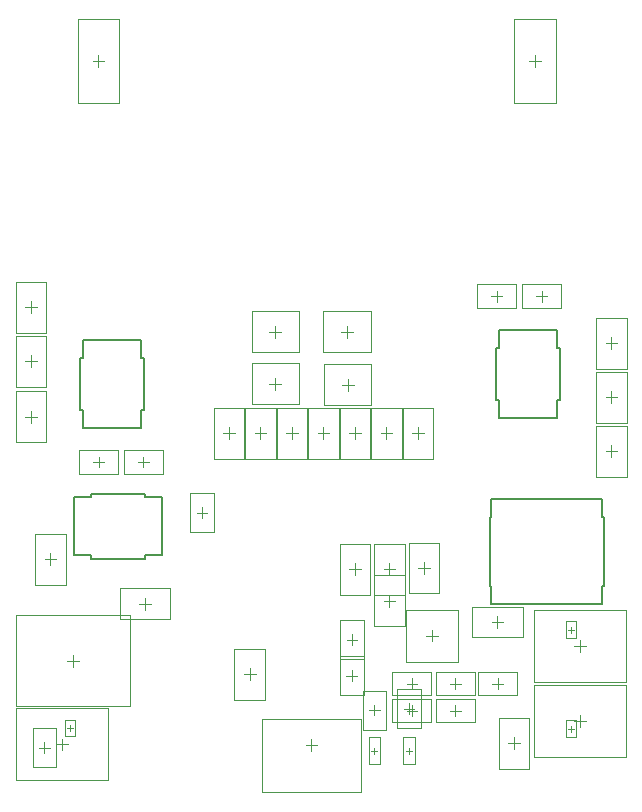
<source format=gbr>
G04*
G04 #@! TF.GenerationSoftware,Altium Limited,Altium Designer,24.6.1 (21)*
G04*
G04 Layer_Color=32768*
%FSLAX25Y25*%
%MOIN*%
G70*
G04*
G04 #@! TF.SameCoordinates,3E969972-8C0A-4DBC-9D31-E8772DB7AAD8*
G04*
G04*
G04 #@! TF.FilePolarity,Positive*
G04*
G01*
G75*
%ADD12C,0.00600*%
%ADD60C,0.00394*%
%ADD61C,0.00197*%
D12*
X272400Y263246D02*
X278150Y263246D01*
Y261997D02*
Y263246D01*
Y261997D02*
X295850D01*
Y263246D01*
X301600Y263246D01*
Y282447D01*
X295850Y282447D02*
X301600Y282447D01*
X295850Y282447D02*
Y283697D01*
X278150D02*
X295850D01*
X278150Y282447D02*
Y283697D01*
X272400Y282447D02*
X278150Y282447D01*
X272400Y263246D02*
Y282447D01*
X414155Y308877D02*
X433355D01*
X414155D02*
Y314777D01*
X413105D02*
X414155D01*
X413105D02*
Y332177D01*
X414155D01*
Y338077D01*
X433355D01*
Y332177D02*
Y338077D01*
Y332177D02*
X434405D01*
Y314777D02*
Y332177D01*
X433355Y314777D02*
X434405D01*
X433355Y308877D02*
Y314777D01*
X275400Y334778D02*
X294600D01*
Y328878D02*
Y334778D01*
Y328878D02*
X295650D01*
Y311478D02*
Y328878D01*
X294600Y311478D02*
X295650Y311478D01*
X294600Y305578D02*
Y311478D01*
X275400Y305578D02*
X294600D01*
X275400D02*
Y311478D01*
X274350Y311478D02*
X275400Y311478D01*
X274350Y311478D02*
Y328878D01*
X275400D01*
Y334778D01*
X449100Y252747D02*
Y275946D01*
X448500Y252747D02*
X449100Y252747D01*
X448500Y246796D02*
Y252747D01*
X411500Y246796D02*
X448500D01*
X411500D02*
Y252747D01*
X410900Y252747D02*
X411500Y252747D01*
X410900Y252747D02*
Y275946D01*
X448500Y275946D02*
X449100Y275946D01*
X448500Y275946D02*
Y281896D01*
X411500D02*
X448500D01*
X411500Y275946D02*
Y281896D01*
X410900Y275946D02*
X411500Y275946D01*
D60*
X382228Y212000D02*
X385772D01*
X384000Y210228D02*
Y213772D01*
X370728Y211500D02*
X374272D01*
X372500Y209728D02*
Y213272D01*
X377500Y246031D02*
Y249969D01*
X375532Y248000D02*
X379468D01*
X391595Y234394D02*
Y238331D01*
X389626Y236362D02*
X393563D01*
X296000Y245031D02*
Y248969D01*
X294032Y247000D02*
X297969D01*
X349532Y199846D02*
X353468D01*
X351500Y197878D02*
Y201815D01*
X328982Y223500D02*
X332919D01*
X330951Y221532D02*
Y225468D01*
X272000Y226031D02*
Y229969D01*
X270031Y228000D02*
X273969D01*
X268354Y198094D02*
Y202031D01*
X266386Y200063D02*
X270323D01*
X364951Y221228D02*
Y224772D01*
X363179Y223000D02*
X366722D01*
X364032Y258500D02*
X367969D01*
X366000Y256532D02*
Y260469D01*
X365000Y233276D02*
Y236819D01*
X363228Y235047D02*
X366772D01*
X419000Y198531D02*
Y202468D01*
X417031Y200500D02*
X420968D01*
X383016Y198000D02*
X384984D01*
X384000Y197016D02*
Y198984D01*
X372500Y197016D02*
Y198984D01*
X371516Y198000D02*
X373484D01*
X260728Y199000D02*
X264272D01*
X262500Y197228D02*
Y200772D01*
X270016Y205500D02*
X271984D01*
X271000Y204516D02*
Y206484D01*
X383228Y211347D02*
X386772D01*
X385000Y209575D02*
Y213118D01*
X397728Y211347D02*
X401272D01*
X399500Y209575D02*
Y213118D01*
X332531Y303847D02*
X336469D01*
X334500Y301878D02*
Y305815D01*
X353532Y303847D02*
X357469D01*
X355500Y301878D02*
Y305815D01*
X343032Y303847D02*
X346969D01*
X345000Y301878D02*
Y305815D01*
X322031Y303847D02*
X325969D01*
X324000Y301878D02*
Y305815D01*
X385032Y303847D02*
X388968D01*
X387000Y301878D02*
Y305815D01*
X374532Y303847D02*
X378468D01*
X376500Y301878D02*
Y305815D01*
X364032Y303847D02*
X367969D01*
X366000Y301878D02*
Y305815D01*
X278532Y427846D02*
X282469D01*
X280500Y425878D02*
Y429815D01*
X437016Y205346D02*
X438984D01*
X438000Y204362D02*
Y206331D01*
X439032Y207846D02*
X442969Y207846D01*
X441000Y209815D02*
X441000Y205878D01*
X438000Y237362D02*
Y239331D01*
X437016Y238347D02*
X438984D01*
X313228Y277346D02*
X316772D01*
X315000Y275575D02*
X315000Y279118D01*
X262531Y261846D02*
X266469D01*
X264500Y259878D02*
Y263815D01*
X389000Y256921D02*
Y260858D01*
X387032Y258890D02*
X390968D01*
X439177Y232909D02*
X443114D01*
X441146Y230941D02*
Y234878D01*
X411531Y240846D02*
X415469D01*
X413500Y238878D02*
Y242815D01*
X258000Y343878D02*
Y347815D01*
X256031Y345847D02*
X259968D01*
X258000Y325878D02*
Y329815D01*
X256031Y327847D02*
X259968D01*
X258000Y307378D02*
Y311315D01*
X256031Y309347D02*
X259968Y309347D01*
X451500Y331835D02*
Y335772D01*
X449532Y333803D02*
X453469D01*
X399500Y218575D02*
Y222118D01*
X397728Y220346D02*
X401272D01*
X377500Y256532D02*
Y260469D01*
X375532Y258500D02*
X379468D01*
X413547Y218575D02*
Y222118D01*
X411776Y220346D02*
X415319D01*
X385000Y218575D02*
Y222118D01*
X383228Y220346D02*
X386772D01*
X426000Y425878D02*
Y429815D01*
X424031Y427846D02*
X427969D01*
X280547Y295950D02*
X280547Y292407D01*
X278776Y294178D02*
X282319D01*
X428255Y351249D02*
X428255Y347706D01*
X426483Y349478D02*
X430027D01*
X411483D02*
X415027D01*
X413255Y347706D02*
Y351249D01*
X293728Y294178D02*
X297272D01*
X295500Y292407D02*
Y295950D01*
X361626Y320008D02*
X365563D01*
X363595Y318039D02*
Y321976D01*
X337476Y320346D02*
X341413D01*
X339445Y322315D02*
X339445Y318378D01*
X337438Y337682D02*
X341375D01*
X339407Y335713D02*
Y339650D01*
X361383Y337682D02*
X365320D01*
X363352Y339650D02*
X363352Y335713D01*
X449532Y297847D02*
X453469D01*
X451500Y295878D02*
Y299815D01*
X449532Y315846D02*
X453469D01*
X451500Y313878D02*
Y317815D01*
D61*
X380063Y205504D02*
Y218496D01*
X387937Y205504D02*
X387937Y218496D01*
X380063D02*
X387937D01*
X380063Y205504D02*
X387937D01*
X368563Y205004D02*
Y217996D01*
X376437Y205004D02*
X376437Y217996D01*
X368563D02*
X376437D01*
X368563Y205004D02*
X376437D01*
X372382Y256465D02*
X382618D01*
X372382Y239535D02*
X382618D01*
X372382D02*
X372382Y256465D01*
X382618D02*
X382618Y239535D01*
X382933Y227701D02*
X400256D01*
X382933Y245024D02*
X400256D01*
Y227701D02*
Y245024D01*
X382933Y227701D02*
Y245024D01*
X287535Y252118D02*
X304465D01*
X287535Y241882D02*
X304465D01*
X287535D02*
Y252118D01*
X304465Y241882D02*
Y252118D01*
X334965Y208410D02*
X368035D01*
X368035Y184098D01*
X334965D02*
X368035D01*
X334965D02*
Y208410D01*
X336069Y231965D02*
X336069Y215035D01*
X325833D02*
X325833Y231965D01*
X336069D01*
X325833Y215035D02*
X336069D01*
X253102Y243158D02*
X290898D01*
X253102Y212842D02*
X290898D01*
X253102D02*
Y243158D01*
X290898Y212842D02*
Y243158D01*
X253000Y212071D02*
X283709D01*
X253000Y188055D02*
Y212071D01*
Y188055D02*
X283709D01*
Y212071D01*
X361014Y216504D02*
X368888Y216504D01*
X361014Y229496D02*
X368888Y229496D01*
X361014Y229496D02*
X361014Y216504D01*
X368888Y216504D02*
Y229496D01*
X360882Y266965D02*
X360882Y250035D01*
X371118D02*
X371118Y266965D01*
X360882Y250035D02*
X371118D01*
X360882Y266965D02*
X371118D01*
X361063Y228551D02*
X368937D01*
X361063Y241543D02*
X368937D01*
X361063D02*
X361063Y228551D01*
X368937D02*
Y241543D01*
X413882Y192035D02*
X424118D01*
X413882Y208965D02*
X424118D01*
X413882Y192035D02*
Y208965D01*
X424118Y192035D02*
Y208965D01*
X382031Y193571D02*
X385968D01*
X382031D02*
Y202429D01*
X385968D01*
X386000Y193571D02*
Y202429D01*
X374500Y193571D02*
Y202429D01*
X370532Y202429D02*
X374468D01*
X370532Y193571D02*
Y202429D01*
Y193571D02*
X374468D01*
X258563Y192504D02*
Y205496D01*
X266437Y192504D02*
X266437Y205496D01*
X258563D02*
X266437D01*
X258563Y192504D02*
X266437D01*
X269425Y208256D02*
X272575D01*
X269425Y202744D02*
Y208256D01*
Y202744D02*
X272575D01*
Y208256D01*
X391496Y207410D02*
Y215283D01*
X378504Y207410D02*
Y215283D01*
Y207410D02*
X391496Y207410D01*
X378504Y215283D02*
X391496D01*
X405996Y207410D02*
Y215283D01*
X393004Y207410D02*
Y215283D01*
Y207410D02*
X405996Y207410D01*
X393004Y215283D02*
X405996D01*
X339618Y295382D02*
Y312311D01*
X329382Y295382D02*
Y312311D01*
X339618D01*
X329382Y295382D02*
X339618D01*
X360618D02*
Y312311D01*
X350382Y295382D02*
Y312311D01*
X360618D01*
X350382Y295382D02*
X360618D01*
X350118Y312311D02*
X350118Y295382D01*
X339882D02*
X339882Y312311D01*
X350118D01*
X339882Y295382D02*
X350118D01*
X329118Y312311D02*
X329118Y295382D01*
X318882D02*
X318882Y312311D01*
X329118D01*
X318882Y295382D02*
X329118D01*
X392118Y312311D02*
X392118Y295382D01*
X381882D02*
X381882Y312311D01*
X392118D01*
X381882Y295382D02*
X392118D01*
X381618Y312311D02*
X381618Y295382D01*
X371382D02*
X371382Y312311D01*
X381618D01*
X371382Y295382D02*
X381618D01*
X371118Y295382D02*
Y312311D01*
X360882Y295382D02*
Y312311D01*
X371118D01*
X360882Y295382D02*
X371118D01*
X273610Y413870D02*
Y441823D01*
X287390Y413870D02*
Y441823D01*
X273610D02*
X287390D01*
X273610Y413870D02*
X287390D01*
X436425Y208102D02*
X439575D01*
X436425Y202591D02*
Y208102D01*
Y202591D02*
X439575D01*
Y208102D01*
X425646Y195839D02*
Y219854D01*
X456354D01*
Y195839D02*
Y219854D01*
X425646Y195839D02*
X456354D01*
X439575Y235591D02*
Y241102D01*
X436425Y235591D02*
X439575D01*
X436425D02*
Y241102D01*
X439575D01*
X318937Y270850D02*
Y283842D01*
X311063Y270850D02*
X311063Y283842D01*
X318937Y283842D01*
X311063Y270850D02*
X318937D01*
X269618Y270311D02*
X269618Y253382D01*
X259382Y253382D02*
X259382Y270311D01*
X269618D01*
X259382Y253382D02*
X269618Y253382D01*
X383882Y267354D02*
X394118D01*
X383882Y250425D02*
X394118D01*
Y267354D01*
X383882Y250425D02*
Y267354D01*
X425791Y220902D02*
Y244917D01*
X456500D01*
Y220902D02*
Y244917D01*
X425791Y220902D02*
X456500Y220902D01*
X405035Y235728D02*
Y245965D01*
X421965Y235728D02*
Y245965D01*
X405035Y245965D02*
X421965Y245965D01*
X405035Y235728D02*
X421965Y235728D01*
X252882Y354311D02*
X263118D01*
X252882Y337382D02*
X263118D01*
Y354311D01*
X252882Y337382D02*
Y354311D01*
X252882Y319382D02*
X263118D01*
X252882Y336311D02*
X263118D01*
X252882Y319382D02*
X252882Y336311D01*
X263118D02*
X263118Y319382D01*
X252882Y317811D02*
X263118D01*
X252882Y300882D02*
X263118D01*
X263118Y317811D01*
X252882Y300882D02*
X252882Y317811D01*
X446382Y325339D02*
X456618D01*
X446382Y342268D02*
X456618D01*
X446382Y325339D02*
X446382Y342268D01*
X456618D02*
X456618Y325339D01*
X393004Y224284D02*
X405996D01*
X393004Y216409D02*
X405996Y216409D01*
X393004Y216409D02*
Y224284D01*
X405996Y216409D02*
Y224284D01*
X372382Y266965D02*
X382618D01*
X372382Y250035D02*
X382618D01*
Y266965D01*
X372382Y250035D02*
Y266965D01*
X407051Y224284D02*
X420043D01*
X407051Y216409D02*
X420043Y216409D01*
X407051Y216409D02*
Y224284D01*
X420043Y216409D02*
Y224284D01*
X378504D02*
X391496D01*
X378504Y216409D02*
X391496Y216409D01*
X378504Y216409D02*
X378504Y224284D01*
X391496Y216409D02*
Y224284D01*
X419110Y413870D02*
X432890D01*
X419110Y441823D02*
X432890D01*
Y413870D02*
Y441823D01*
X419110Y413870D02*
Y441823D01*
X274051Y290241D02*
X287043D01*
X274051Y298115D02*
X287043Y298115D01*
X287043Y290241D02*
X287043Y298115D01*
X274051Y290241D02*
Y298115D01*
X421759Y353415D02*
X434751D01*
X421759Y345540D02*
X434751D01*
X421759D02*
X421759Y353415D01*
X434751Y345540D02*
Y353415D01*
X419751D02*
X419751Y345540D01*
X406759Y345540D02*
X406759Y353415D01*
X406759Y345540D02*
X419751Y345540D01*
X406759Y353415D02*
X419751D01*
X289004Y298115D02*
X289004Y290241D01*
X301996D02*
X301996Y298115D01*
X289004Y298115D02*
X301996Y298115D01*
X289004Y290241D02*
X301996D01*
X371468Y313118D02*
Y326898D01*
X355720Y313118D02*
X371468D01*
X355720D02*
Y326898D01*
X371468D01*
X331571Y313457D02*
Y327236D01*
X347319D01*
Y313457D02*
Y327236D01*
X331571Y313457D02*
X347319D01*
X347281Y330792D02*
Y344571D01*
X331533Y330792D02*
X347281D01*
X331533D02*
Y344571D01*
X347281D01*
X355478Y330792D02*
Y344571D01*
X371226D01*
Y330792D02*
Y344571D01*
X355478Y330792D02*
X371226D01*
X456618Y306311D02*
X456618Y289382D01*
X446382D02*
X446382Y306311D01*
X456618D01*
X446382Y289382D02*
X456618D01*
X446382Y324311D02*
X446382Y307382D01*
X456618D02*
X456618Y324311D01*
X446382Y307382D02*
X456618D01*
X446382Y324311D02*
X456618D01*
M02*

</source>
